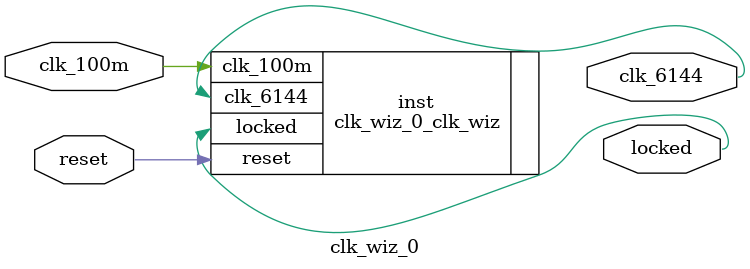
<source format=v>


`timescale 1ps/1ps

(* CORE_GENERATION_INFO = "clk_wiz_0,clk_wiz_v6_0_8_0_0,{component_name=clk_wiz_0,use_phase_alignment=true,use_min_o_jitter=false,use_max_i_jitter=false,use_dyn_phase_shift=false,use_inclk_switchover=false,use_dyn_reconfig=false,enable_axi=0,feedback_source=FDBK_AUTO,PRIMITIVE=MMCM,num_out_clk=1,clkin1_period=10.000,clkin2_period=10.000,use_power_down=false,use_reset=true,use_locked=true,use_inclk_stopped=false,feedback_type=SINGLE,CLOCK_MGR_TYPE=NA,manual_override=false}" *)

module clk_wiz_0 
 (
  // Clock out ports
  output        clk_6144,
  // Status and control signals
  input         reset,
  output        locked,
 // Clock in ports
  input         clk_100m
 );

  clk_wiz_0_clk_wiz inst
  (
  // Clock out ports  
  .clk_6144(clk_6144),
  // Status and control signals               
  .reset(reset), 
  .locked(locked),
 // Clock in ports
  .clk_100m(clk_100m)
  );

endmodule

</source>
